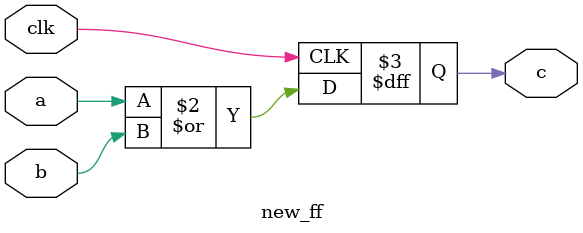
<source format=sv>
module new_ff (
    input  logic clk,
    input  logic a,
    input  logic b,
    output logic c
);

    // Flip-flop here
    always_ff @(posedge clk) begin
        c <= a | b;
    end

endmodule
</source>
